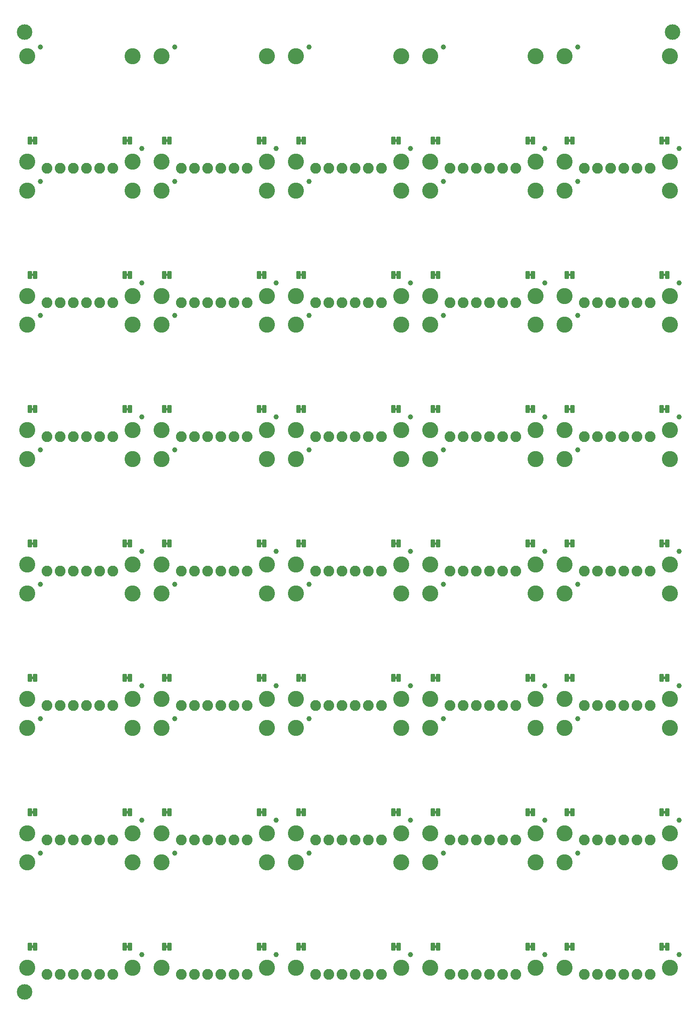
<source format=gbs>
%TF.GenerationSoftware,KiCad,Pcbnew,8.0.7*%
%TF.CreationDate,2025-01-03T07:35:05+00:00*%
%TF.ProjectId,Soft_Power_Switch_panelized,536f6674-5f50-46f7-9765-725f53776974,v10*%
%TF.SameCoordinates,Original*%
%TF.FileFunction,Soldermask,Bot*%
%TF.FilePolarity,Negative*%
%FSLAX46Y46*%
G04 Gerber Fmt 4.6, Leading zero omitted, Abs format (unit mm)*
G04 Created by KiCad (PCBNEW 8.0.7) date 2025-01-03 07:35:05*
%MOMM*%
%LPD*%
G01*
G04 APERTURE LIST*
G04 Aperture macros list*
%AMRoundRect*
0 Rectangle with rounded corners*
0 $1 Rounding radius*
0 $2 $3 $4 $5 $6 $7 $8 $9 X,Y pos of 4 corners*
0 Add a 4 corners polygon primitive as box body*
4,1,4,$2,$3,$4,$5,$6,$7,$8,$9,$2,$3,0*
0 Add four circle primitives for the rounded corners*
1,1,$1+$1,$2,$3*
1,1,$1+$1,$4,$5*
1,1,$1+$1,$6,$7*
1,1,$1+$1,$8,$9*
0 Add four rect primitives between the rounded corners*
20,1,$1+$1,$2,$3,$4,$5,0*
20,1,$1+$1,$4,$5,$6,$7,0*
20,1,$1+$1,$6,$7,$8,$9,0*
20,1,$1+$1,$8,$9,$2,$3,0*%
G04 Aperture macros list end*
%ADD10C,0.000000*%
%ADD11C,2.082800*%
%ADD12C,3.100000*%
%ADD13C,1.000000*%
%ADD14C,3.000000*%
%ADD15RoundRect,0.101600X-0.330200X-0.635000X0.330200X-0.635000X0.330200X0.635000X-0.330200X0.635000X0*%
%ADD16RoundRect,0.101600X0.330200X0.635000X-0.330200X0.635000X-0.330200X-0.635000X0.330200X-0.635000X0*%
G04 APERTURE END LIST*
D10*
%TO.C,JP2*%
G36*
X22098000Y6363500D02*
G01*
X21590000Y6363500D01*
X21590000Y6844500D01*
X22098000Y6844500D01*
X22098000Y6363500D01*
G37*
G36*
X47998000Y32263500D02*
G01*
X47490000Y32263500D01*
X47490000Y32744500D01*
X47998000Y32744500D01*
X47998000Y32263500D01*
G37*
G36*
X22098000Y109963500D02*
G01*
X21590000Y109963500D01*
X21590000Y110444500D01*
X22098000Y110444500D01*
X22098000Y109963500D01*
G37*
G36*
X22098000Y161763500D02*
G01*
X21590000Y161763500D01*
X21590000Y162244500D01*
X22098000Y162244500D01*
X22098000Y161763500D01*
G37*
G36*
X47998000Y6363500D02*
G01*
X47490000Y6363500D01*
X47490000Y6844500D01*
X47998000Y6844500D01*
X47998000Y6363500D01*
G37*
G36*
X22098000Y58163500D02*
G01*
X21590000Y58163500D01*
X21590000Y58644500D01*
X22098000Y58644500D01*
X22098000Y58163500D01*
G37*
G36*
X22098000Y32263500D02*
G01*
X21590000Y32263500D01*
X21590000Y32744500D01*
X22098000Y32744500D01*
X22098000Y32263500D01*
G37*
G36*
X22098000Y84063500D02*
G01*
X21590000Y84063500D01*
X21590000Y84544500D01*
X22098000Y84544500D01*
X22098000Y84063500D01*
G37*
G36*
X22098000Y135863500D02*
G01*
X21590000Y135863500D01*
X21590000Y136344500D01*
X22098000Y136344500D01*
X22098000Y135863500D01*
G37*
G36*
X47998000Y84063500D02*
G01*
X47490000Y84063500D01*
X47490000Y84544500D01*
X47998000Y84544500D01*
X47998000Y84063500D01*
G37*
G36*
X73898000Y84063500D02*
G01*
X73390000Y84063500D01*
X73390000Y84544500D01*
X73898000Y84544500D01*
X73898000Y84063500D01*
G37*
G36*
X47998000Y135863500D02*
G01*
X47490000Y135863500D01*
X47490000Y136344500D01*
X47998000Y136344500D01*
X47998000Y135863500D01*
G37*
G36*
X47998000Y58163500D02*
G01*
X47490000Y58163500D01*
X47490000Y58644500D01*
X47998000Y58644500D01*
X47998000Y58163500D01*
G37*
G36*
X73898000Y32263500D02*
G01*
X73390000Y32263500D01*
X73390000Y32744500D01*
X73898000Y32744500D01*
X73898000Y32263500D01*
G37*
G36*
X47998000Y109963500D02*
G01*
X47490000Y109963500D01*
X47490000Y110444500D01*
X47998000Y110444500D01*
X47998000Y109963500D01*
G37*
G36*
X73898000Y58163500D02*
G01*
X73390000Y58163500D01*
X73390000Y58644500D01*
X73898000Y58644500D01*
X73898000Y58163500D01*
G37*
G36*
X47998000Y161763500D02*
G01*
X47490000Y161763500D01*
X47490000Y162244500D01*
X47998000Y162244500D01*
X47998000Y161763500D01*
G37*
G36*
X73898000Y109963500D02*
G01*
X73390000Y109963500D01*
X73390000Y110444500D01*
X73898000Y110444500D01*
X73898000Y109963500D01*
G37*
G36*
X73898000Y6363500D02*
G01*
X73390000Y6363500D01*
X73390000Y6844500D01*
X73898000Y6844500D01*
X73898000Y6363500D01*
G37*
G36*
X73898000Y135863500D02*
G01*
X73390000Y135863500D01*
X73390000Y136344500D01*
X73898000Y136344500D01*
X73898000Y135863500D01*
G37*
G36*
X73898000Y161763500D02*
G01*
X73390000Y161763500D01*
X73390000Y162244500D01*
X73898000Y162244500D01*
X73898000Y161763500D01*
G37*
G36*
X99798000Y6363500D02*
G01*
X99290000Y6363500D01*
X99290000Y6844500D01*
X99798000Y6844500D01*
X99798000Y6363500D01*
G37*
G36*
X99798000Y161763500D02*
G01*
X99290000Y161763500D01*
X99290000Y162244500D01*
X99798000Y162244500D01*
X99798000Y161763500D01*
G37*
G36*
X99798000Y58163500D02*
G01*
X99290000Y58163500D01*
X99290000Y58644500D01*
X99798000Y58644500D01*
X99798000Y58163500D01*
G37*
G36*
X125698000Y109963500D02*
G01*
X125190000Y109963500D01*
X125190000Y110444500D01*
X125698000Y110444500D01*
X125698000Y109963500D01*
G37*
G36*
X99798000Y32263500D02*
G01*
X99290000Y32263500D01*
X99290000Y32744500D01*
X99798000Y32744500D01*
X99798000Y32263500D01*
G37*
G36*
X125698000Y32263500D02*
G01*
X125190000Y32263500D01*
X125190000Y32744500D01*
X125698000Y32744500D01*
X125698000Y32263500D01*
G37*
G36*
X99798000Y109963500D02*
G01*
X99290000Y109963500D01*
X99290000Y110444500D01*
X99798000Y110444500D01*
X99798000Y109963500D01*
G37*
G36*
X99798000Y135863500D02*
G01*
X99290000Y135863500D01*
X99290000Y136344500D01*
X99798000Y136344500D01*
X99798000Y135863500D01*
G37*
G36*
X99798000Y84063500D02*
G01*
X99290000Y84063500D01*
X99290000Y84544500D01*
X99798000Y84544500D01*
X99798000Y84063500D01*
G37*
G36*
X125698000Y6363500D02*
G01*
X125190000Y6363500D01*
X125190000Y6844500D01*
X125698000Y6844500D01*
X125698000Y6363500D01*
G37*
G36*
X125698000Y58163500D02*
G01*
X125190000Y58163500D01*
X125190000Y58644500D01*
X125698000Y58644500D01*
X125698000Y58163500D01*
G37*
G36*
X125698000Y84063500D02*
G01*
X125190000Y84063500D01*
X125190000Y84544500D01*
X125698000Y84544500D01*
X125698000Y84063500D01*
G37*
G36*
X125698000Y161763500D02*
G01*
X125190000Y161763500D01*
X125190000Y162244500D01*
X125698000Y162244500D01*
X125698000Y161763500D01*
G37*
G36*
X125698000Y135863500D02*
G01*
X125190000Y135863500D01*
X125190000Y136344500D01*
X125698000Y136344500D01*
X125698000Y135863500D01*
G37*
%TO.C,JP1*%
G36*
X3810000Y6363500D02*
G01*
X3302000Y6363500D01*
X3302000Y6844500D01*
X3810000Y6844500D01*
X3810000Y6363500D01*
G37*
G36*
X3810000Y32263500D02*
G01*
X3302000Y32263500D01*
X3302000Y32744500D01*
X3810000Y32744500D01*
X3810000Y32263500D01*
G37*
G36*
X3810000Y161763500D02*
G01*
X3302000Y161763500D01*
X3302000Y162244500D01*
X3810000Y162244500D01*
X3810000Y161763500D01*
G37*
G36*
X29710000Y109963500D02*
G01*
X29202000Y109963500D01*
X29202000Y110444500D01*
X29710000Y110444500D01*
X29710000Y109963500D01*
G37*
G36*
X3810000Y84063500D02*
G01*
X3302000Y84063500D01*
X3302000Y84544500D01*
X3810000Y84544500D01*
X3810000Y84063500D01*
G37*
G36*
X29710000Y6363500D02*
G01*
X29202000Y6363500D01*
X29202000Y6844500D01*
X29710000Y6844500D01*
X29710000Y6363500D01*
G37*
G36*
X3810000Y109963500D02*
G01*
X3302000Y109963500D01*
X3302000Y110444500D01*
X3810000Y110444500D01*
X3810000Y109963500D01*
G37*
G36*
X29710000Y58163500D02*
G01*
X29202000Y58163500D01*
X29202000Y58644500D01*
X29710000Y58644500D01*
X29710000Y58163500D01*
G37*
G36*
X3810000Y135863500D02*
G01*
X3302000Y135863500D01*
X3302000Y136344500D01*
X3810000Y136344500D01*
X3810000Y135863500D01*
G37*
G36*
X29710000Y84063500D02*
G01*
X29202000Y84063500D01*
X29202000Y84544500D01*
X29710000Y84544500D01*
X29710000Y84063500D01*
G37*
G36*
X3810000Y58163500D02*
G01*
X3302000Y58163500D01*
X3302000Y58644500D01*
X3810000Y58644500D01*
X3810000Y58163500D01*
G37*
G36*
X29710000Y32263500D02*
G01*
X29202000Y32263500D01*
X29202000Y32744500D01*
X29710000Y32744500D01*
X29710000Y32263500D01*
G37*
G36*
X29710000Y161763500D02*
G01*
X29202000Y161763500D01*
X29202000Y162244500D01*
X29710000Y162244500D01*
X29710000Y161763500D01*
G37*
G36*
X29710000Y135863500D02*
G01*
X29202000Y135863500D01*
X29202000Y136344500D01*
X29710000Y136344500D01*
X29710000Y135863500D01*
G37*
G36*
X55610000Y6363500D02*
G01*
X55102000Y6363500D01*
X55102000Y6844500D01*
X55610000Y6844500D01*
X55610000Y6363500D01*
G37*
G36*
X55610000Y32263500D02*
G01*
X55102000Y32263500D01*
X55102000Y32744500D01*
X55610000Y32744500D01*
X55610000Y32263500D01*
G37*
G36*
X55610000Y58163500D02*
G01*
X55102000Y58163500D01*
X55102000Y58644500D01*
X55610000Y58644500D01*
X55610000Y58163500D01*
G37*
G36*
X55610000Y84063500D02*
G01*
X55102000Y84063500D01*
X55102000Y84544500D01*
X55610000Y84544500D01*
X55610000Y84063500D01*
G37*
G36*
X81510000Y84063500D02*
G01*
X81002000Y84063500D01*
X81002000Y84544500D01*
X81510000Y84544500D01*
X81510000Y84063500D01*
G37*
G36*
X55610000Y109963500D02*
G01*
X55102000Y109963500D01*
X55102000Y110444500D01*
X55610000Y110444500D01*
X55610000Y109963500D01*
G37*
G36*
X107410000Y6363500D02*
G01*
X106902000Y6363500D01*
X106902000Y6844500D01*
X107410000Y6844500D01*
X107410000Y6363500D01*
G37*
G36*
X81510000Y32263500D02*
G01*
X81002000Y32263500D01*
X81002000Y32744500D01*
X81510000Y32744500D01*
X81510000Y32263500D01*
G37*
G36*
X81510000Y109963500D02*
G01*
X81002000Y109963500D01*
X81002000Y110444500D01*
X81510000Y110444500D01*
X81510000Y109963500D01*
G37*
G36*
X55610000Y161763500D02*
G01*
X55102000Y161763500D01*
X55102000Y162244500D01*
X55610000Y162244500D01*
X55610000Y161763500D01*
G37*
G36*
X55610000Y135863500D02*
G01*
X55102000Y135863500D01*
X55102000Y136344500D01*
X55610000Y136344500D01*
X55610000Y135863500D01*
G37*
G36*
X81510000Y58163500D02*
G01*
X81002000Y58163500D01*
X81002000Y58644500D01*
X81510000Y58644500D01*
X81510000Y58163500D01*
G37*
G36*
X81510000Y6363500D02*
G01*
X81002000Y6363500D01*
X81002000Y6844500D01*
X81510000Y6844500D01*
X81510000Y6363500D01*
G37*
G36*
X81510000Y135863500D02*
G01*
X81002000Y135863500D01*
X81002000Y136344500D01*
X81510000Y136344500D01*
X81510000Y135863500D01*
G37*
G36*
X81510000Y161763500D02*
G01*
X81002000Y161763500D01*
X81002000Y162244500D01*
X81510000Y162244500D01*
X81510000Y161763500D01*
G37*
G36*
X107410000Y109963500D02*
G01*
X106902000Y109963500D01*
X106902000Y110444500D01*
X107410000Y110444500D01*
X107410000Y109963500D01*
G37*
G36*
X107410000Y32263500D02*
G01*
X106902000Y32263500D01*
X106902000Y32744500D01*
X107410000Y32744500D01*
X107410000Y32263500D01*
G37*
G36*
X107410000Y58163500D02*
G01*
X106902000Y58163500D01*
X106902000Y58644500D01*
X107410000Y58644500D01*
X107410000Y58163500D01*
G37*
G36*
X107410000Y84063500D02*
G01*
X106902000Y84063500D01*
X106902000Y84544500D01*
X107410000Y84544500D01*
X107410000Y84063500D01*
G37*
G36*
X107410000Y135863500D02*
G01*
X106902000Y135863500D01*
X106902000Y136344500D01*
X107410000Y136344500D01*
X107410000Y135863500D01*
G37*
G36*
X107410000Y161763500D02*
G01*
X106902000Y161763500D01*
X106902000Y162244500D01*
X107410000Y162244500D01*
X107410000Y161763500D01*
G37*
%TD*%
D11*
%TO.C,J3*%
X19050000Y1270000D03*
X16510000Y1270000D03*
X13970000Y1270000D03*
X11430000Y1270000D03*
X8890000Y1270000D03*
X6350000Y1270000D03*
%TD*%
%TO.C,J3*%
X122650000Y104870000D03*
X120110000Y104870000D03*
X117570000Y104870000D03*
X115030000Y104870000D03*
X112490000Y104870000D03*
X109950000Y104870000D03*
%TD*%
%TO.C,J3*%
X122650000Y130770000D03*
X120110000Y130770000D03*
X117570000Y130770000D03*
X115030000Y130770000D03*
X112490000Y130770000D03*
X109950000Y130770000D03*
%TD*%
%TO.C,J3*%
X122650000Y53070000D03*
X120110000Y53070000D03*
X117570000Y53070000D03*
X115030000Y53070000D03*
X112490000Y53070000D03*
X109950000Y53070000D03*
%TD*%
%TO.C,J3*%
X122650000Y78970000D03*
X120110000Y78970000D03*
X117570000Y78970000D03*
X115030000Y78970000D03*
X112490000Y78970000D03*
X109950000Y78970000D03*
%TD*%
%TO.C,J3*%
X122650000Y156670000D03*
X120110000Y156670000D03*
X117570000Y156670000D03*
X115030000Y156670000D03*
X112490000Y156670000D03*
X109950000Y156670000D03*
%TD*%
%TO.C,J3*%
X19050000Y130770000D03*
X16510000Y130770000D03*
X13970000Y130770000D03*
X11430000Y130770000D03*
X8890000Y130770000D03*
X6350000Y130770000D03*
%TD*%
%TO.C,J3*%
X44950000Y27170000D03*
X42410000Y27170000D03*
X39870000Y27170000D03*
X37330000Y27170000D03*
X34790000Y27170000D03*
X32250000Y27170000D03*
%TD*%
%TO.C,J3*%
X19050000Y53070000D03*
X16510000Y53070000D03*
X13970000Y53070000D03*
X11430000Y53070000D03*
X8890000Y53070000D03*
X6350000Y53070000D03*
%TD*%
%TO.C,J3*%
X19050000Y104870000D03*
X16510000Y104870000D03*
X13970000Y104870000D03*
X11430000Y104870000D03*
X8890000Y104870000D03*
X6350000Y104870000D03*
%TD*%
%TO.C,J3*%
X19050000Y27170000D03*
X16510000Y27170000D03*
X13970000Y27170000D03*
X11430000Y27170000D03*
X8890000Y27170000D03*
X6350000Y27170000D03*
%TD*%
%TO.C,J3*%
X19050000Y78970000D03*
X16510000Y78970000D03*
X13970000Y78970000D03*
X11430000Y78970000D03*
X8890000Y78970000D03*
X6350000Y78970000D03*
%TD*%
%TO.C,J3*%
X19050000Y156670000D03*
X16510000Y156670000D03*
X13970000Y156670000D03*
X11430000Y156670000D03*
X8890000Y156670000D03*
X6350000Y156670000D03*
%TD*%
%TO.C,J3*%
X44950000Y1270000D03*
X42410000Y1270000D03*
X39870000Y1270000D03*
X37330000Y1270000D03*
X34790000Y1270000D03*
X32250000Y1270000D03*
%TD*%
%TO.C,J3*%
X70850000Y53070000D03*
X68310000Y53070000D03*
X65770000Y53070000D03*
X63230000Y53070000D03*
X60690000Y53070000D03*
X58150000Y53070000D03*
%TD*%
%TO.C,J3*%
X44950000Y104870000D03*
X42410000Y104870000D03*
X39870000Y104870000D03*
X37330000Y104870000D03*
X34790000Y104870000D03*
X32250000Y104870000D03*
%TD*%
%TO.C,J3*%
X70850000Y1270000D03*
X68310000Y1270000D03*
X65770000Y1270000D03*
X63230000Y1270000D03*
X60690000Y1270000D03*
X58150000Y1270000D03*
%TD*%
%TO.C,J3*%
X44950000Y78970000D03*
X42410000Y78970000D03*
X39870000Y78970000D03*
X37330000Y78970000D03*
X34790000Y78970000D03*
X32250000Y78970000D03*
%TD*%
%TO.C,J3*%
X44950000Y130770000D03*
X42410000Y130770000D03*
X39870000Y130770000D03*
X37330000Y130770000D03*
X34790000Y130770000D03*
X32250000Y130770000D03*
%TD*%
%TO.C,J3*%
X96750000Y27170000D03*
X94210000Y27170000D03*
X91670000Y27170000D03*
X89130000Y27170000D03*
X86590000Y27170000D03*
X84050000Y27170000D03*
%TD*%
%TO.C,J3*%
X44950000Y53070000D03*
X42410000Y53070000D03*
X39870000Y53070000D03*
X37330000Y53070000D03*
X34790000Y53070000D03*
X32250000Y53070000D03*
%TD*%
%TO.C,J3*%
X44950000Y156670000D03*
X42410000Y156670000D03*
X39870000Y156670000D03*
X37330000Y156670000D03*
X34790000Y156670000D03*
X32250000Y156670000D03*
%TD*%
%TO.C,J3*%
X70850000Y27170000D03*
X68310000Y27170000D03*
X65770000Y27170000D03*
X63230000Y27170000D03*
X60690000Y27170000D03*
X58150000Y27170000D03*
%TD*%
%TO.C,J3*%
X70850000Y78970000D03*
X68310000Y78970000D03*
X65770000Y78970000D03*
X63230000Y78970000D03*
X60690000Y78970000D03*
X58150000Y78970000D03*
%TD*%
%TO.C,J3*%
X70850000Y104870000D03*
X68310000Y104870000D03*
X65770000Y104870000D03*
X63230000Y104870000D03*
X60690000Y104870000D03*
X58150000Y104870000D03*
%TD*%
%TO.C,J3*%
X70850000Y130770000D03*
X68310000Y130770000D03*
X65770000Y130770000D03*
X63230000Y130770000D03*
X60690000Y130770000D03*
X58150000Y130770000D03*
%TD*%
%TO.C,J3*%
X70850000Y156670000D03*
X68310000Y156670000D03*
X65770000Y156670000D03*
X63230000Y156670000D03*
X60690000Y156670000D03*
X58150000Y156670000D03*
%TD*%
%TO.C,J3*%
X96750000Y1270000D03*
X94210000Y1270000D03*
X91670000Y1270000D03*
X89130000Y1270000D03*
X86590000Y1270000D03*
X84050000Y1270000D03*
%TD*%
%TO.C,J3*%
X96750000Y78970000D03*
X94210000Y78970000D03*
X91670000Y78970000D03*
X89130000Y78970000D03*
X86590000Y78970000D03*
X84050000Y78970000D03*
%TD*%
%TO.C,J3*%
X96750000Y104870000D03*
X94210000Y104870000D03*
X91670000Y104870000D03*
X89130000Y104870000D03*
X86590000Y104870000D03*
X84050000Y104870000D03*
%TD*%
%TO.C,J3*%
X96750000Y130770000D03*
X94210000Y130770000D03*
X91670000Y130770000D03*
X89130000Y130770000D03*
X86590000Y130770000D03*
X84050000Y130770000D03*
%TD*%
%TO.C,J3*%
X96750000Y156670000D03*
X94210000Y156670000D03*
X91670000Y156670000D03*
X89130000Y156670000D03*
X86590000Y156670000D03*
X84050000Y156670000D03*
%TD*%
%TO.C,J3*%
X122650000Y27170000D03*
X120110000Y27170000D03*
X117570000Y27170000D03*
X115030000Y27170000D03*
X112490000Y27170000D03*
X109950000Y27170000D03*
%TD*%
%TO.C,J3*%
X96750000Y53070000D03*
X94210000Y53070000D03*
X91670000Y53070000D03*
X89130000Y53070000D03*
X86590000Y53070000D03*
X84050000Y53070000D03*
%TD*%
%TO.C,J3*%
X122650000Y1270000D03*
X120110000Y1270000D03*
X117570000Y1270000D03*
X115030000Y1270000D03*
X112490000Y1270000D03*
X109950000Y1270000D03*
%TD*%
D12*
%TO.C,ST4*%
X126460000Y157940000D03*
%TD*%
%TO.C,ST4*%
X126460000Y80240000D03*
%TD*%
%TO.C,ST4*%
X126460000Y106140000D03*
%TD*%
%TO.C,ST4*%
X126460000Y132040000D03*
%TD*%
%TO.C,ST4*%
X48760000Y28440000D03*
%TD*%
%TO.C,ST4*%
X22860000Y106140000D03*
%TD*%
%TO.C,ST4*%
X22860000Y132040000D03*
%TD*%
%TO.C,ST4*%
X22860000Y28440000D03*
%TD*%
%TO.C,ST4*%
X22860000Y80240000D03*
%TD*%
%TO.C,ST4*%
X22860000Y157940000D03*
%TD*%
%TO.C,ST4*%
X48760000Y2540000D03*
%TD*%
%TO.C,ST4*%
X22860000Y54340000D03*
%TD*%
%TO.C,ST4*%
X74660000Y28440000D03*
%TD*%
%TO.C,ST4*%
X74660000Y80240000D03*
%TD*%
%TO.C,ST4*%
X74660000Y132040000D03*
%TD*%
%TO.C,ST4*%
X48760000Y80240000D03*
%TD*%
%TO.C,ST4*%
X48760000Y54340000D03*
%TD*%
%TO.C,ST4*%
X48760000Y106140000D03*
%TD*%
%TO.C,ST4*%
X74660000Y2540000D03*
%TD*%
%TO.C,ST4*%
X48760000Y132040000D03*
%TD*%
%TO.C,ST4*%
X48760000Y157940000D03*
%TD*%
%TO.C,ST4*%
X74660000Y54340000D03*
%TD*%
%TO.C,ST4*%
X74660000Y106140000D03*
%TD*%
%TO.C,ST4*%
X100560000Y2540000D03*
%TD*%
%TO.C,ST4*%
X74660000Y157940000D03*
%TD*%
%TO.C,ST4*%
X100560000Y28440000D03*
%TD*%
%TO.C,ST4*%
X100560000Y106140000D03*
%TD*%
%TO.C,ST4*%
X100560000Y80240000D03*
%TD*%
%TO.C,ST4*%
X126460000Y2540000D03*
%TD*%
%TO.C,ST4*%
X126460000Y28440000D03*
%TD*%
%TO.C,ST4*%
X100560000Y157940000D03*
%TD*%
%TO.C,ST4*%
X126460000Y54340000D03*
%TD*%
%TO.C,ST4*%
X100560000Y132040000D03*
%TD*%
%TO.C,ST4*%
X100560000Y54340000D03*
%TD*%
%TO.C,ST4*%
X22860000Y2540000D03*
%TD*%
%TO.C,ST3*%
X22860000Y48760000D03*
%TD*%
%TO.C,ST3*%
X48760000Y22860000D03*
%TD*%
%TO.C,ST3*%
X48760000Y74660000D03*
%TD*%
%TO.C,ST3*%
X22860000Y126460000D03*
%TD*%
%TO.C,ST3*%
X22860000Y152360000D03*
%TD*%
%TO.C,ST3*%
X22860000Y100560000D03*
%TD*%
%TO.C,ST3*%
X22860000Y74660000D03*
%TD*%
%TO.C,ST3*%
X22860000Y178260000D03*
%TD*%
%TO.C,ST3*%
X48760000Y48760000D03*
%TD*%
%TO.C,ST3*%
X74660000Y100560000D03*
%TD*%
%TO.C,ST3*%
X48760000Y178260000D03*
%TD*%
%TO.C,ST3*%
X74660000Y74660000D03*
%TD*%
%TO.C,ST3*%
X48760000Y100560000D03*
%TD*%
%TO.C,ST3*%
X48760000Y152360000D03*
%TD*%
%TO.C,ST3*%
X74660000Y22860000D03*
%TD*%
%TO.C,ST3*%
X48760000Y126460000D03*
%TD*%
%TO.C,ST3*%
X74660000Y48760000D03*
%TD*%
%TO.C,ST3*%
X100560000Y152360000D03*
%TD*%
%TO.C,ST3*%
X74660000Y178260000D03*
%TD*%
%TO.C,ST3*%
X100560000Y48760000D03*
%TD*%
%TO.C,ST3*%
X100560000Y22860000D03*
%TD*%
%TO.C,ST3*%
X74660000Y126460000D03*
%TD*%
%TO.C,ST3*%
X74660000Y152360000D03*
%TD*%
%TO.C,ST3*%
X100560000Y74660000D03*
%TD*%
%TO.C,ST3*%
X100560000Y100560000D03*
%TD*%
%TO.C,ST3*%
X100560000Y126460000D03*
%TD*%
%TO.C,ST3*%
X126460000Y178260000D03*
%TD*%
%TO.C,ST3*%
X126460000Y74660000D03*
%TD*%
%TO.C,ST3*%
X100560000Y178260000D03*
%TD*%
%TO.C,ST3*%
X126460000Y152360000D03*
%TD*%
%TO.C,ST3*%
X126460000Y126460000D03*
%TD*%
%TO.C,ST3*%
X126460000Y48760000D03*
%TD*%
%TO.C,ST3*%
X126460000Y22860000D03*
%TD*%
%TO.C,ST3*%
X126460000Y100560000D03*
%TD*%
%TO.C,ST3*%
X22860000Y22860000D03*
%TD*%
%TO.C,ST1*%
X2540000Y22860000D03*
%TD*%
%TO.C,ST1*%
X54340000Y22860000D03*
%TD*%
%TO.C,ST1*%
X54340000Y74660000D03*
%TD*%
%TO.C,ST1*%
X54340000Y126460000D03*
%TD*%
%TO.C,ST1*%
X28440000Y152360000D03*
%TD*%
%TO.C,ST1*%
X28440000Y48760000D03*
%TD*%
%TO.C,ST1*%
X28440000Y74660000D03*
%TD*%
%TO.C,ST1*%
X28440000Y100560000D03*
%TD*%
%TO.C,ST1*%
X28440000Y178260000D03*
%TD*%
%TO.C,ST1*%
X28440000Y126460000D03*
%TD*%
%TO.C,ST1*%
X54340000Y48760000D03*
%TD*%
%TO.C,ST1*%
X54340000Y100560000D03*
%TD*%
%TO.C,ST1*%
X80240000Y48760000D03*
%TD*%
%TO.C,ST1*%
X80240000Y152360000D03*
%TD*%
%TO.C,ST1*%
X106140000Y22860000D03*
%TD*%
%TO.C,ST1*%
X106140000Y74660000D03*
%TD*%
%TO.C,ST1*%
X80240000Y100560000D03*
%TD*%
%TO.C,ST1*%
X80240000Y74660000D03*
%TD*%
%TO.C,ST1*%
X54340000Y152360000D03*
%TD*%
%TO.C,ST1*%
X54340000Y178260000D03*
%TD*%
%TO.C,ST1*%
X80240000Y22860000D03*
%TD*%
%TO.C,ST1*%
X80240000Y126460000D03*
%TD*%
%TO.C,ST1*%
X80240000Y178260000D03*
%TD*%
%TO.C,ST1*%
X106140000Y48760000D03*
%TD*%
%TO.C,ST1*%
X106140000Y126460000D03*
%TD*%
%TO.C,ST1*%
X106140000Y178260000D03*
%TD*%
%TO.C,ST1*%
X106140000Y152360000D03*
%TD*%
%TO.C,ST1*%
X106140000Y100560000D03*
%TD*%
%TO.C,ST1*%
X2540000Y48760000D03*
%TD*%
%TO.C,ST1*%
X2540000Y126460000D03*
%TD*%
%TO.C,ST1*%
X2540000Y100560000D03*
%TD*%
%TO.C,ST1*%
X28440000Y22860000D03*
%TD*%
%TO.C,ST1*%
X2540000Y74660000D03*
%TD*%
%TO.C,ST1*%
X2540000Y152360000D03*
%TD*%
%TO.C,ST1*%
X2540000Y178260000D03*
%TD*%
%TO.C,ST2*%
X2540000Y2540000D03*
%TD*%
%TO.C,ST2*%
X28440000Y2540000D03*
%TD*%
%TO.C,ST2*%
X28440000Y54340000D03*
%TD*%
%TO.C,ST2*%
X2540000Y106140000D03*
%TD*%
%TO.C,ST2*%
X2540000Y28440000D03*
%TD*%
%TO.C,ST2*%
X2540000Y54340000D03*
%TD*%
%TO.C,ST2*%
X2540000Y80240000D03*
%TD*%
%TO.C,ST2*%
X2540000Y132040000D03*
%TD*%
%TO.C,ST2*%
X2540000Y157940000D03*
%TD*%
%TO.C,ST2*%
X28440000Y28440000D03*
%TD*%
%TO.C,ST2*%
X28440000Y106140000D03*
%TD*%
%TO.C,ST2*%
X54340000Y2540000D03*
%TD*%
%TO.C,ST2*%
X54340000Y28440000D03*
%TD*%
%TO.C,ST2*%
X54340000Y54340000D03*
%TD*%
%TO.C,ST2*%
X28440000Y157940000D03*
%TD*%
%TO.C,ST2*%
X54340000Y80240000D03*
%TD*%
%TO.C,ST2*%
X54340000Y106140000D03*
%TD*%
%TO.C,ST2*%
X28440000Y80240000D03*
%TD*%
%TO.C,ST2*%
X28440000Y132040000D03*
%TD*%
%TO.C,ST2*%
X80240000Y132040000D03*
%TD*%
%TO.C,ST2*%
X54340000Y132040000D03*
%TD*%
%TO.C,ST2*%
X106140000Y28440000D03*
%TD*%
%TO.C,ST2*%
X80240000Y2540000D03*
%TD*%
%TO.C,ST2*%
X80240000Y28440000D03*
%TD*%
%TO.C,ST2*%
X80240000Y80240000D03*
%TD*%
%TO.C,ST2*%
X54340000Y157940000D03*
%TD*%
%TO.C,ST2*%
X80240000Y54340000D03*
%TD*%
%TO.C,ST2*%
X80240000Y106140000D03*
%TD*%
%TO.C,ST2*%
X80240000Y157940000D03*
%TD*%
%TO.C,ST2*%
X106140000Y2540000D03*
%TD*%
%TO.C,ST2*%
X106140000Y132040000D03*
%TD*%
%TO.C,ST2*%
X106140000Y54340000D03*
%TD*%
%TO.C,ST2*%
X106140000Y106140000D03*
%TD*%
%TO.C,ST2*%
X106140000Y157940000D03*
%TD*%
%TO.C,ST2*%
X106140000Y80240000D03*
%TD*%
D13*
%TO.C,FID3*%
X5080000Y24638000D03*
%TD*%
%TO.C,FID3*%
X5080000Y154138000D03*
%TD*%
%TO.C,FID3*%
X30980000Y24638000D03*
%TD*%
%TO.C,FID3*%
X5080000Y50538000D03*
%TD*%
%TO.C,FID3*%
X5080000Y102338000D03*
%TD*%
%TO.C,FID3*%
X5080000Y76438000D03*
%TD*%
%TO.C,FID3*%
X5080000Y128238000D03*
%TD*%
%TO.C,FID3*%
X5080000Y180038000D03*
%TD*%
%TO.C,FID3*%
X30980000Y102338000D03*
%TD*%
%TO.C,FID3*%
X30980000Y128238000D03*
%TD*%
%TO.C,FID3*%
X30980000Y154138000D03*
%TD*%
%TO.C,FID3*%
X30980000Y76438000D03*
%TD*%
%TO.C,FID3*%
X30980000Y180038000D03*
%TD*%
%TO.C,FID3*%
X56880000Y24638000D03*
%TD*%
%TO.C,FID3*%
X30980000Y50538000D03*
%TD*%
%TO.C,FID3*%
X56880000Y76438000D03*
%TD*%
%TO.C,FID3*%
X82780000Y76438000D03*
%TD*%
%TO.C,FID3*%
X56880000Y50538000D03*
%TD*%
%TO.C,FID3*%
X56880000Y154138000D03*
%TD*%
%TO.C,FID3*%
X82780000Y154138000D03*
%TD*%
%TO.C,FID3*%
X56880000Y128238000D03*
%TD*%
%TO.C,FID3*%
X56880000Y102338000D03*
%TD*%
%TO.C,FID3*%
X82780000Y24638000D03*
%TD*%
%TO.C,FID3*%
X82780000Y50538000D03*
%TD*%
%TO.C,FID3*%
X56880000Y180038000D03*
%TD*%
%TO.C,FID3*%
X82780000Y102338000D03*
%TD*%
%TO.C,FID3*%
X82780000Y128238000D03*
%TD*%
%TO.C,FID3*%
X82780000Y180038000D03*
%TD*%
%TO.C,FID3*%
X108680000Y24638000D03*
%TD*%
%TO.C,FID3*%
X108680000Y50538000D03*
%TD*%
%TO.C,FID3*%
X108680000Y76438000D03*
%TD*%
%TO.C,FID3*%
X108680000Y128238000D03*
%TD*%
%TO.C,FID3*%
X108680000Y154138000D03*
%TD*%
%TO.C,FID3*%
X108680000Y102338000D03*
%TD*%
%TO.C,FID3*%
X108680000Y180038000D03*
%TD*%
D14*
%TO.C,*%
X2000000Y-2087500D03*
%TD*%
D13*
%TO.C,FID2*%
X24638000Y5080000D03*
%TD*%
%TO.C,FID2*%
X24638000Y108680000D03*
%TD*%
%TO.C,FID2*%
X24638000Y160480000D03*
%TD*%
%TO.C,FID2*%
X24638000Y56880000D03*
%TD*%
%TO.C,FID2*%
X50538000Y56880000D03*
%TD*%
%TO.C,FID2*%
X24638000Y30980000D03*
%TD*%
%TO.C,FID2*%
X24638000Y82780000D03*
%TD*%
%TO.C,FID2*%
X24638000Y134580000D03*
%TD*%
%TO.C,FID2*%
X50538000Y5080000D03*
%TD*%
%TO.C,FID2*%
X50538000Y30980000D03*
%TD*%
%TO.C,FID2*%
X50538000Y134580000D03*
%TD*%
%TO.C,FID2*%
X76438000Y108680000D03*
%TD*%
%TO.C,FID2*%
X76438000Y160480000D03*
%TD*%
%TO.C,FID2*%
X50538000Y160480000D03*
%TD*%
%TO.C,FID2*%
X50538000Y82780000D03*
%TD*%
%TO.C,FID2*%
X50538000Y108680000D03*
%TD*%
%TO.C,FID2*%
X76438000Y30980000D03*
%TD*%
%TO.C,FID2*%
X76438000Y56880000D03*
%TD*%
%TO.C,FID2*%
X76438000Y82780000D03*
%TD*%
%TO.C,FID2*%
X76438000Y5080000D03*
%TD*%
%TO.C,FID2*%
X76438000Y134580000D03*
%TD*%
%TO.C,FID2*%
X102338000Y82780000D03*
%TD*%
%TO.C,FID2*%
X128238000Y30980000D03*
%TD*%
%TO.C,FID2*%
X128238000Y82780000D03*
%TD*%
%TO.C,FID2*%
X102338000Y5080000D03*
%TD*%
%TO.C,FID2*%
X102338000Y30980000D03*
%TD*%
%TO.C,FID2*%
X102338000Y108680000D03*
%TD*%
%TO.C,FID2*%
X102338000Y134580000D03*
%TD*%
%TO.C,FID2*%
X102338000Y160480000D03*
%TD*%
%TO.C,FID2*%
X102338000Y56880000D03*
%TD*%
%TO.C,FID2*%
X128238000Y5080000D03*
%TD*%
%TO.C,FID2*%
X128238000Y56880000D03*
%TD*%
%TO.C,FID2*%
X128238000Y160480000D03*
%TD*%
%TO.C,FID2*%
X128238000Y108680000D03*
%TD*%
%TO.C,FID2*%
X128238000Y134580000D03*
%TD*%
D15*
%TO.C,JP2*%
X21323300Y6604000D03*
X22364700Y6604000D03*
%TD*%
%TO.C,JP2*%
X47223300Y32504000D03*
X48264700Y32504000D03*
%TD*%
%TO.C,JP2*%
X21323300Y110204000D03*
X22364700Y110204000D03*
%TD*%
%TO.C,JP2*%
X21323300Y162004000D03*
X22364700Y162004000D03*
%TD*%
%TO.C,JP2*%
X47223300Y6604000D03*
X48264700Y6604000D03*
%TD*%
%TO.C,JP2*%
X21323300Y58404000D03*
X22364700Y58404000D03*
%TD*%
%TO.C,JP2*%
X21323300Y32504000D03*
X22364700Y32504000D03*
%TD*%
%TO.C,JP2*%
X21323300Y84304000D03*
X22364700Y84304000D03*
%TD*%
%TO.C,JP2*%
X21323300Y136104000D03*
X22364700Y136104000D03*
%TD*%
%TO.C,JP2*%
X47223300Y84304000D03*
X48264700Y84304000D03*
%TD*%
%TO.C,JP2*%
X73123300Y84304000D03*
X74164700Y84304000D03*
%TD*%
%TO.C,JP2*%
X47223300Y136104000D03*
X48264700Y136104000D03*
%TD*%
%TO.C,JP2*%
X47223300Y58404000D03*
X48264700Y58404000D03*
%TD*%
%TO.C,JP2*%
X73123300Y32504000D03*
X74164700Y32504000D03*
%TD*%
%TO.C,JP2*%
X47223300Y110204000D03*
X48264700Y110204000D03*
%TD*%
%TO.C,JP2*%
X73123300Y58404000D03*
X74164700Y58404000D03*
%TD*%
%TO.C,JP2*%
X47223300Y162004000D03*
X48264700Y162004000D03*
%TD*%
%TO.C,JP2*%
X73123300Y110204000D03*
X74164700Y110204000D03*
%TD*%
%TO.C,JP2*%
X73123300Y6604000D03*
X74164700Y6604000D03*
%TD*%
%TO.C,JP2*%
X73123300Y136104000D03*
X74164700Y136104000D03*
%TD*%
%TO.C,JP2*%
X73123300Y162004000D03*
X74164700Y162004000D03*
%TD*%
%TO.C,JP2*%
X99023300Y6604000D03*
X100064700Y6604000D03*
%TD*%
%TO.C,JP2*%
X99023300Y162004000D03*
X100064700Y162004000D03*
%TD*%
%TO.C,JP2*%
X99023300Y58404000D03*
X100064700Y58404000D03*
%TD*%
%TO.C,JP2*%
X124923300Y110204000D03*
X125964700Y110204000D03*
%TD*%
%TO.C,JP2*%
X99023300Y32504000D03*
X100064700Y32504000D03*
%TD*%
%TO.C,JP2*%
X124923300Y32504000D03*
X125964700Y32504000D03*
%TD*%
%TO.C,JP2*%
X99023300Y110204000D03*
X100064700Y110204000D03*
%TD*%
%TO.C,JP2*%
X99023300Y136104000D03*
X100064700Y136104000D03*
%TD*%
%TO.C,JP2*%
X99023300Y84304000D03*
X100064700Y84304000D03*
%TD*%
%TO.C,JP2*%
X124923300Y6604000D03*
X125964700Y6604000D03*
%TD*%
%TO.C,JP2*%
X124923300Y58404000D03*
X125964700Y58404000D03*
%TD*%
%TO.C,JP2*%
X124923300Y84304000D03*
X125964700Y84304000D03*
%TD*%
%TO.C,JP2*%
X124923300Y162004000D03*
X125964700Y162004000D03*
%TD*%
%TO.C,JP2*%
X124923300Y136104000D03*
X125964700Y136104000D03*
%TD*%
D16*
%TO.C,JP1*%
X4076700Y6604000D03*
X3035300Y6604000D03*
%TD*%
%TO.C,JP1*%
X4076700Y32504000D03*
X3035300Y32504000D03*
%TD*%
%TO.C,JP1*%
X4076700Y162004000D03*
X3035300Y162004000D03*
%TD*%
%TO.C,JP1*%
X29976700Y110204000D03*
X28935300Y110204000D03*
%TD*%
%TO.C,JP1*%
X4076700Y84304000D03*
X3035300Y84304000D03*
%TD*%
%TO.C,JP1*%
X29976700Y6604000D03*
X28935300Y6604000D03*
%TD*%
%TO.C,JP1*%
X4076700Y110204000D03*
X3035300Y110204000D03*
%TD*%
%TO.C,JP1*%
X29976700Y58404000D03*
X28935300Y58404000D03*
%TD*%
%TO.C,JP1*%
X4076700Y136104000D03*
X3035300Y136104000D03*
%TD*%
%TO.C,JP1*%
X29976700Y84304000D03*
X28935300Y84304000D03*
%TD*%
%TO.C,JP1*%
X4076700Y58404000D03*
X3035300Y58404000D03*
%TD*%
%TO.C,JP1*%
X29976700Y32504000D03*
X28935300Y32504000D03*
%TD*%
%TO.C,JP1*%
X29976700Y162004000D03*
X28935300Y162004000D03*
%TD*%
%TO.C,JP1*%
X29976700Y136104000D03*
X28935300Y136104000D03*
%TD*%
%TO.C,JP1*%
X55876700Y6604000D03*
X54835300Y6604000D03*
%TD*%
%TO.C,JP1*%
X55876700Y32504000D03*
X54835300Y32504000D03*
%TD*%
%TO.C,JP1*%
X55876700Y58404000D03*
X54835300Y58404000D03*
%TD*%
%TO.C,JP1*%
X55876700Y84304000D03*
X54835300Y84304000D03*
%TD*%
%TO.C,JP1*%
X81776700Y84304000D03*
X80735300Y84304000D03*
%TD*%
%TO.C,JP1*%
X55876700Y110204000D03*
X54835300Y110204000D03*
%TD*%
%TO.C,JP1*%
X107676700Y6604000D03*
X106635300Y6604000D03*
%TD*%
%TO.C,JP1*%
X81776700Y32504000D03*
X80735300Y32504000D03*
%TD*%
%TO.C,JP1*%
X81776700Y110204000D03*
X80735300Y110204000D03*
%TD*%
%TO.C,JP1*%
X55876700Y162004000D03*
X54835300Y162004000D03*
%TD*%
%TO.C,JP1*%
X55876700Y136104000D03*
X54835300Y136104000D03*
%TD*%
%TO.C,JP1*%
X81776700Y58404000D03*
X80735300Y58404000D03*
%TD*%
%TO.C,JP1*%
X81776700Y6604000D03*
X80735300Y6604000D03*
%TD*%
%TO.C,JP1*%
X81776700Y136104000D03*
X80735300Y136104000D03*
%TD*%
%TO.C,JP1*%
X81776700Y162004000D03*
X80735300Y162004000D03*
%TD*%
%TO.C,JP1*%
X107676700Y110204000D03*
X106635300Y110204000D03*
%TD*%
%TO.C,JP1*%
X107676700Y32504000D03*
X106635300Y32504000D03*
%TD*%
%TO.C,JP1*%
X107676700Y58404000D03*
X106635300Y58404000D03*
%TD*%
%TO.C,JP1*%
X107676700Y84304000D03*
X106635300Y84304000D03*
%TD*%
%TO.C,JP1*%
X107676700Y136104000D03*
X106635300Y136104000D03*
%TD*%
%TO.C,JP1*%
X107676700Y162004000D03*
X106635300Y162004000D03*
%TD*%
D14*
%TO.C,*%
X127000000Y182887500D03*
%TD*%
%TO.C,*%
X2000000Y182887500D03*
%TD*%
M02*

</source>
